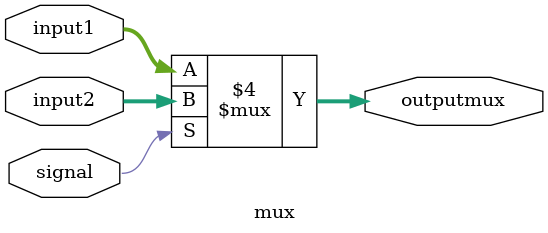
<source format=v>
module mux(
	input[31:0]input1,input2,
	input signal,
	output reg[31:0]outputmux
);

always@*
begin
	if (signal == 0)
		outputmux = input1;
	else
		outputmux = input2;
end

endmodule

</source>
